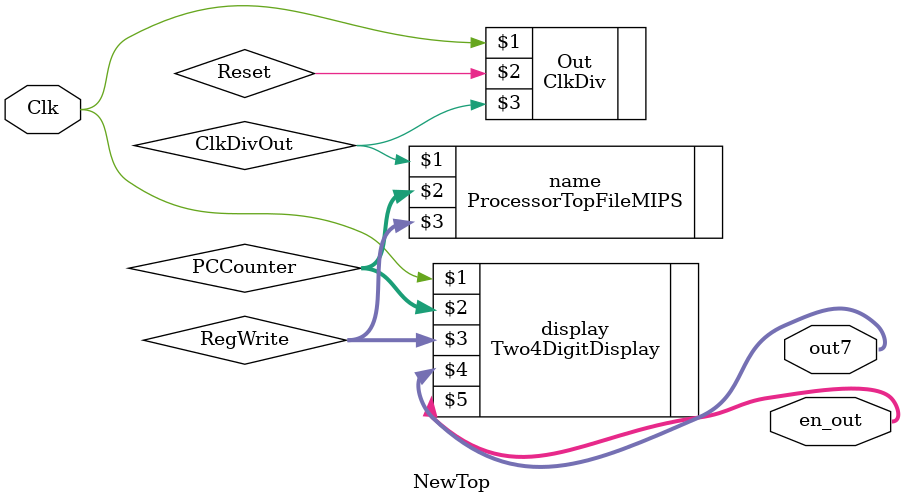
<source format=v>
`timescale 1ns / 1ps


module NewTop(Clk, out7, en_out);
input Clk;
wire ClkDivOut;
wire [31:0] PCCounter;
wire [31:0] RegWrite;
output [6:0] out7; //seg a, b, ... g
output [7:0] en_out;
ClkDiv Out(Clk, Reset, ClkDivOut);
ProcessorTopFileMIPS name(ClkDivOut, PCCounter, RegWrite);
Two4DigitDisplay display(Clk, PCCounter, RegWrite, out7, en_out);

endmodule

</source>
